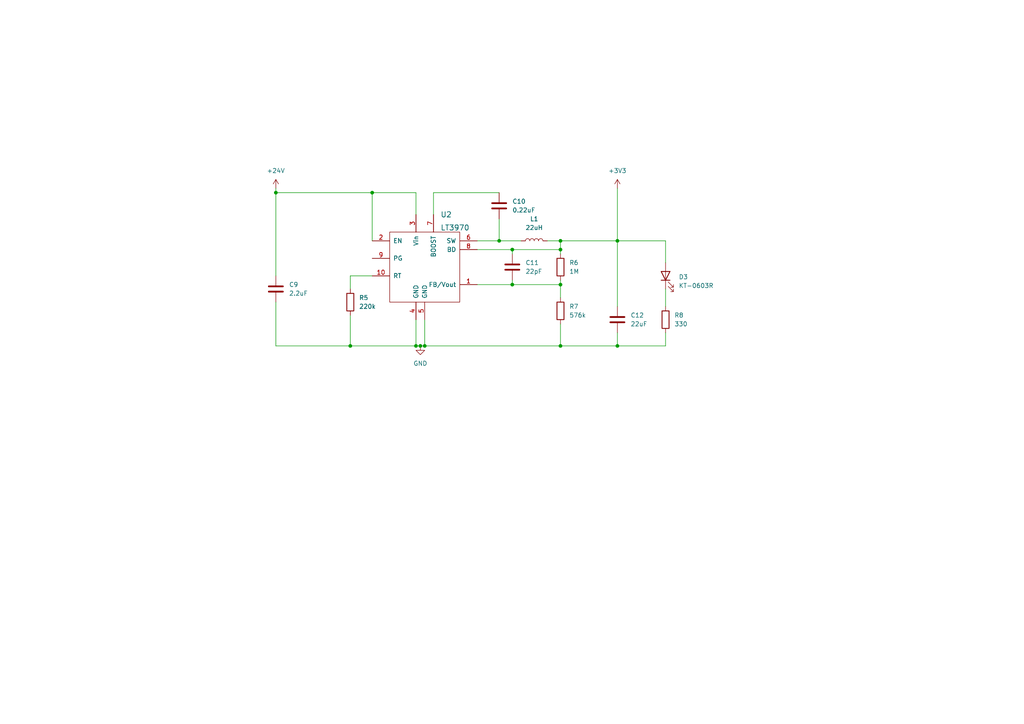
<source format=kicad_sch>
(kicad_sch (version 20230121) (generator eeschema)

  (uuid f45476da-8df4-452b-893f-d2a089f69393)

  (paper "A4")

  (title_block
    (title "AMS Master by Jakub Sułek")
    (date "2023-06-27")
    (rev "7")
  )

  (lib_symbols
    (symbol "Device:C" (pin_numbers hide) (pin_names (offset 0.254)) (in_bom yes) (on_board yes)
      (property "Reference" "C" (at 0.635 2.54 0)
        (effects (font (size 1.27 1.27)) (justify left))
      )
      (property "Value" "C" (at 0.635 -2.54 0)
        (effects (font (size 1.27 1.27)) (justify left))
      )
      (property "Footprint" "" (at 0.9652 -3.81 0)
        (effects (font (size 1.27 1.27)) hide)
      )
      (property "Datasheet" "~" (at 0 0 0)
        (effects (font (size 1.27 1.27)) hide)
      )
      (property "ki_keywords" "cap capacitor" (at 0 0 0)
        (effects (font (size 1.27 1.27)) hide)
      )
      (property "ki_description" "Unpolarized capacitor" (at 0 0 0)
        (effects (font (size 1.27 1.27)) hide)
      )
      (property "ki_fp_filters" "C_*" (at 0 0 0)
        (effects (font (size 1.27 1.27)) hide)
      )
      (symbol "C_0_1"
        (polyline
          (pts
            (xy -2.032 -0.762)
            (xy 2.032 -0.762)
          )
          (stroke (width 0.508) (type default))
          (fill (type none))
        )
        (polyline
          (pts
            (xy -2.032 0.762)
            (xy 2.032 0.762)
          )
          (stroke (width 0.508) (type default))
          (fill (type none))
        )
      )
      (symbol "C_1_1"
        (pin passive line (at 0 3.81 270) (length 2.794)
          (name "~" (effects (font (size 1.27 1.27))))
          (number "1" (effects (font (size 1.27 1.27))))
        )
        (pin passive line (at 0 -3.81 90) (length 2.794)
          (name "~" (effects (font (size 1.27 1.27))))
          (number "2" (effects (font (size 1.27 1.27))))
        )
      )
    )
    (symbol "Device:L" (pin_numbers hide) (pin_names (offset 1.016) hide) (in_bom yes) (on_board yes)
      (property "Reference" "L" (at -1.27 0 90)
        (effects (font (size 1.27 1.27)))
      )
      (property "Value" "L" (at 1.905 0 90)
        (effects (font (size 1.27 1.27)))
      )
      (property "Footprint" "" (at 0 0 0)
        (effects (font (size 1.27 1.27)) hide)
      )
      (property "Datasheet" "~" (at 0 0 0)
        (effects (font (size 1.27 1.27)) hide)
      )
      (property "ki_keywords" "inductor choke coil reactor magnetic" (at 0 0 0)
        (effects (font (size 1.27 1.27)) hide)
      )
      (property "ki_description" "Inductor" (at 0 0 0)
        (effects (font (size 1.27 1.27)) hide)
      )
      (property "ki_fp_filters" "Choke_* *Coil* Inductor_* L_*" (at 0 0 0)
        (effects (font (size 1.27 1.27)) hide)
      )
      (symbol "L_0_1"
        (arc (start 0 -2.54) (mid 0.6323 -1.905) (end 0 -1.27)
          (stroke (width 0) (type default))
          (fill (type none))
        )
        (arc (start 0 -1.27) (mid 0.6323 -0.635) (end 0 0)
          (stroke (width 0) (type default))
          (fill (type none))
        )
        (arc (start 0 0) (mid 0.6323 0.635) (end 0 1.27)
          (stroke (width 0) (type default))
          (fill (type none))
        )
        (arc (start 0 1.27) (mid 0.6323 1.905) (end 0 2.54)
          (stroke (width 0) (type default))
          (fill (type none))
        )
      )
      (symbol "L_1_1"
        (pin passive line (at 0 3.81 270) (length 1.27)
          (name "1" (effects (font (size 1.27 1.27))))
          (number "1" (effects (font (size 1.27 1.27))))
        )
        (pin passive line (at 0 -3.81 90) (length 1.27)
          (name "2" (effects (font (size 1.27 1.27))))
          (number "2" (effects (font (size 1.27 1.27))))
        )
      )
    )
    (symbol "Device:LED" (pin_numbers hide) (pin_names (offset 1.016) hide) (in_bom yes) (on_board yes)
      (property "Reference" "D" (at 0 2.54 0)
        (effects (font (size 1.27 1.27)))
      )
      (property "Value" "LED" (at 0 -2.54 0)
        (effects (font (size 1.27 1.27)))
      )
      (property "Footprint" "" (at 0 0 0)
        (effects (font (size 1.27 1.27)) hide)
      )
      (property "Datasheet" "~" (at 0 0 0)
        (effects (font (size 1.27 1.27)) hide)
      )
      (property "ki_keywords" "LED diode" (at 0 0 0)
        (effects (font (size 1.27 1.27)) hide)
      )
      (property "ki_description" "Light emitting diode" (at 0 0 0)
        (effects (font (size 1.27 1.27)) hide)
      )
      (property "ki_fp_filters" "LED* LED_SMD:* LED_THT:*" (at 0 0 0)
        (effects (font (size 1.27 1.27)) hide)
      )
      (symbol "LED_0_1"
        (polyline
          (pts
            (xy -1.27 -1.27)
            (xy -1.27 1.27)
          )
          (stroke (width 0.254) (type default))
          (fill (type none))
        )
        (polyline
          (pts
            (xy -1.27 0)
            (xy 1.27 0)
          )
          (stroke (width 0) (type default))
          (fill (type none))
        )
        (polyline
          (pts
            (xy 1.27 -1.27)
            (xy 1.27 1.27)
            (xy -1.27 0)
            (xy 1.27 -1.27)
          )
          (stroke (width 0.254) (type default))
          (fill (type none))
        )
        (polyline
          (pts
            (xy -3.048 -0.762)
            (xy -4.572 -2.286)
            (xy -3.81 -2.286)
            (xy -4.572 -2.286)
            (xy -4.572 -1.524)
          )
          (stroke (width 0) (type default))
          (fill (type none))
        )
        (polyline
          (pts
            (xy -1.778 -0.762)
            (xy -3.302 -2.286)
            (xy -2.54 -2.286)
            (xy -3.302 -2.286)
            (xy -3.302 -1.524)
          )
          (stroke (width 0) (type default))
          (fill (type none))
        )
      )
      (symbol "LED_1_1"
        (pin passive line (at -3.81 0 0) (length 2.54)
          (name "K" (effects (font (size 1.27 1.27))))
          (number "1" (effects (font (size 1.27 1.27))))
        )
        (pin passive line (at 3.81 0 180) (length 2.54)
          (name "A" (effects (font (size 1.27 1.27))))
          (number "2" (effects (font (size 1.27 1.27))))
        )
      )
    )
    (symbol "Device:R" (pin_numbers hide) (pin_names (offset 0)) (in_bom yes) (on_board yes)
      (property "Reference" "R" (at 2.032 0 90)
        (effects (font (size 1.27 1.27)))
      )
      (property "Value" "R" (at 0 0 90)
        (effects (font (size 1.27 1.27)))
      )
      (property "Footprint" "" (at -1.778 0 90)
        (effects (font (size 1.27 1.27)) hide)
      )
      (property "Datasheet" "~" (at 0 0 0)
        (effects (font (size 1.27 1.27)) hide)
      )
      (property "ki_keywords" "R res resistor" (at 0 0 0)
        (effects (font (size 1.27 1.27)) hide)
      )
      (property "ki_description" "Resistor" (at 0 0 0)
        (effects (font (size 1.27 1.27)) hide)
      )
      (property "ki_fp_filters" "R_*" (at 0 0 0)
        (effects (font (size 1.27 1.27)) hide)
      )
      (symbol "R_0_1"
        (rectangle (start -1.016 -2.54) (end 1.016 2.54)
          (stroke (width 0.254) (type default))
          (fill (type none))
        )
      )
      (symbol "R_1_1"
        (pin passive line (at 0 3.81 270) (length 1.27)
          (name "~" (effects (font (size 1.27 1.27))))
          (number "1" (effects (font (size 1.27 1.27))))
        )
        (pin passive line (at 0 -3.81 90) (length 1.27)
          (name "~" (effects (font (size 1.27 1.27))))
          (number "2" (effects (font (size 1.27 1.27))))
        )
      )
    )
    (symbol "Metropolia Motorsport General:LT3970" (pin_names (offset 1.016)) (in_bom yes) (on_board yes)
      (property "Reference" "U" (at 0 1.27 0)
        (effects (font (size 1.524 1.524)))
      )
      (property "Value" "LT3970" (at 0 -1.27 0)
        (effects (font (size 1.524 1.524)))
      )
      (property "Footprint" "general:LT3970" (at -2.54 -1.27 0)
        (effects (font (size 1.524 1.524)) hide)
      )
      (property "Datasheet" "" (at 0 0 0)
        (effects (font (size 1.524 1.524)) hide)
      )
      (symbol "LT3970_0_1"
        (rectangle (start -10.16 10.16) (end 10.16 -10.16)
          (stroke (width 0) (type default))
          (fill (type none))
        )
      )
      (symbol "LT3970_1_1"
        (pin input line (at 15.24 -5.08 180) (length 5.08)
          (name "FB/Vout" (effects (font (size 1.27 1.27))))
          (number "1" (effects (font (size 1.27 1.27))))
        )
        (pin input line (at -15.24 -2.54 0) (length 5.08)
          (name "RT" (effects (font (size 1.27 1.27))))
          (number "10" (effects (font (size 1.27 1.27))))
        )
        (pin input line (at -15.24 7.62 0) (length 5.08)
          (name "EN" (effects (font (size 1.27 1.27))))
          (number "2" (effects (font (size 1.27 1.27))))
        )
        (pin power_in line (at -2.54 15.24 270) (length 5.08)
          (name "Vin" (effects (font (size 1.27 1.27))))
          (number "3" (effects (font (size 1.27 1.27))))
        )
        (pin input line (at -2.54 -15.24 90) (length 5.08)
          (name "GND" (effects (font (size 1.27 1.27))))
          (number "4" (effects (font (size 1.27 1.27))))
        )
        (pin input line (at 0 -15.24 90) (length 5.08)
          (name "GND" (effects (font (size 1.27 1.27))))
          (number "5" (effects (font (size 1.27 1.27))))
        )
        (pin power_out line (at 15.24 7.62 180) (length 5.08)
          (name "SW" (effects (font (size 1.27 1.27))))
          (number "6" (effects (font (size 1.27 1.27))))
        )
        (pin input line (at 2.54 15.24 270) (length 5.08)
          (name "BOOST" (effects (font (size 1.27 1.27))))
          (number "7" (effects (font (size 1.27 1.27))))
        )
        (pin input line (at 15.24 5.08 180) (length 5.08)
          (name "BD" (effects (font (size 1.27 1.27))))
          (number "8" (effects (font (size 1.27 1.27))))
        )
        (pin input line (at -15.24 2.54 0) (length 5.08)
          (name "PG" (effects (font (size 1.27 1.27))))
          (number "9" (effects (font (size 1.27 1.27))))
        )
      )
    )
    (symbol "power:+24V" (power) (pin_names (offset 0)) (in_bom yes) (on_board yes)
      (property "Reference" "#PWR" (at 0 -3.81 0)
        (effects (font (size 1.27 1.27)) hide)
      )
      (property "Value" "+24V" (at 0 3.556 0)
        (effects (font (size 1.27 1.27)))
      )
      (property "Footprint" "" (at 0 0 0)
        (effects (font (size 1.27 1.27)) hide)
      )
      (property "Datasheet" "" (at 0 0 0)
        (effects (font (size 1.27 1.27)) hide)
      )
      (property "ki_keywords" "power-flag" (at 0 0 0)
        (effects (font (size 1.27 1.27)) hide)
      )
      (property "ki_description" "Power symbol creates a global label with name \"+24V\"" (at 0 0 0)
        (effects (font (size 1.27 1.27)) hide)
      )
      (symbol "+24V_0_1"
        (polyline
          (pts
            (xy -0.762 1.27)
            (xy 0 2.54)
          )
          (stroke (width 0) (type default))
          (fill (type none))
        )
        (polyline
          (pts
            (xy 0 0)
            (xy 0 2.54)
          )
          (stroke (width 0) (type default))
          (fill (type none))
        )
        (polyline
          (pts
            (xy 0 2.54)
            (xy 0.762 1.27)
          )
          (stroke (width 0) (type default))
          (fill (type none))
        )
      )
      (symbol "+24V_1_1"
        (pin power_in line (at 0 0 90) (length 0) hide
          (name "+24V" (effects (font (size 1.27 1.27))))
          (number "1" (effects (font (size 1.27 1.27))))
        )
      )
    )
    (symbol "power:+3V3" (power) (pin_names (offset 0)) (in_bom yes) (on_board yes)
      (property "Reference" "#PWR" (at 0 -3.81 0)
        (effects (font (size 1.27 1.27)) hide)
      )
      (property "Value" "+3V3" (at 0 3.556 0)
        (effects (font (size 1.27 1.27)))
      )
      (property "Footprint" "" (at 0 0 0)
        (effects (font (size 1.27 1.27)) hide)
      )
      (property "Datasheet" "" (at 0 0 0)
        (effects (font (size 1.27 1.27)) hide)
      )
      (property "ki_keywords" "power-flag" (at 0 0 0)
        (effects (font (size 1.27 1.27)) hide)
      )
      (property "ki_description" "Power symbol creates a global label with name \"+3V3\"" (at 0 0 0)
        (effects (font (size 1.27 1.27)) hide)
      )
      (symbol "+3V3_0_1"
        (polyline
          (pts
            (xy -0.762 1.27)
            (xy 0 2.54)
          )
          (stroke (width 0) (type default))
          (fill (type none))
        )
        (polyline
          (pts
            (xy 0 0)
            (xy 0 2.54)
          )
          (stroke (width 0) (type default))
          (fill (type none))
        )
        (polyline
          (pts
            (xy 0 2.54)
            (xy 0.762 1.27)
          )
          (stroke (width 0) (type default))
          (fill (type none))
        )
      )
      (symbol "+3V3_1_1"
        (pin power_in line (at 0 0 90) (length 0) hide
          (name "+3V3" (effects (font (size 1.27 1.27))))
          (number "1" (effects (font (size 1.27 1.27))))
        )
      )
    )
    (symbol "power:GND" (power) (pin_names (offset 0)) (in_bom yes) (on_board yes)
      (property "Reference" "#PWR" (at 0 -6.35 0)
        (effects (font (size 1.27 1.27)) hide)
      )
      (property "Value" "GND" (at 0 -3.81 0)
        (effects (font (size 1.27 1.27)))
      )
      (property "Footprint" "" (at 0 0 0)
        (effects (font (size 1.27 1.27)) hide)
      )
      (property "Datasheet" "" (at 0 0 0)
        (effects (font (size 1.27 1.27)) hide)
      )
      (property "ki_keywords" "power-flag" (at 0 0 0)
        (effects (font (size 1.27 1.27)) hide)
      )
      (property "ki_description" "Power symbol creates a global label with name \"GND\" , ground" (at 0 0 0)
        (effects (font (size 1.27 1.27)) hide)
      )
      (symbol "GND_0_1"
        (polyline
          (pts
            (xy 0 0)
            (xy 0 -1.27)
            (xy 1.27 -1.27)
            (xy 0 -2.54)
            (xy -1.27 -1.27)
            (xy 0 -1.27)
          )
          (stroke (width 0) (type default))
          (fill (type none))
        )
      )
      (symbol "GND_1_1"
        (pin power_in line (at 0 0 270) (length 0) hide
          (name "GND" (effects (font (size 1.27 1.27))))
          (number "1" (effects (font (size 1.27 1.27))))
        )
      )
    )
  )

  (junction (at 162.56 100.33) (diameter 0) (color 0 0 0 0)
    (uuid 0063ecd2-bb83-49e2-87fa-feb1f4fc6eb5)
  )
  (junction (at 179.07 69.85) (diameter 0) (color 0 0 0 0)
    (uuid 15754fc3-e159-4437-9f0b-3696be34fa0a)
  )
  (junction (at 162.56 69.85) (diameter 0) (color 0 0 0 0)
    (uuid 201304c0-f4e4-43ef-a904-b39c8bd1df9f)
  )
  (junction (at 144.78 69.85) (diameter 0) (color 0 0 0 0)
    (uuid 20ceb25f-4fed-436f-a2bb-8dd22b54fba6)
  )
  (junction (at 101.6 100.33) (diameter 0) (color 0 0 0 0)
    (uuid 2b571008-f27f-4d2e-858c-5297bbd3a329)
  )
  (junction (at 179.07 100.33) (diameter 0) (color 0 0 0 0)
    (uuid 36aac9b2-cb91-41cf-9bc2-e6bd03717e3d)
  )
  (junction (at 148.59 82.55) (diameter 0) (color 0 0 0 0)
    (uuid 70d49e0f-b155-4902-a747-27543b89ede8)
  )
  (junction (at 148.59 72.39) (diameter 0) (color 0 0 0 0)
    (uuid 774f9d14-75f2-4e70-970a-dd53043bc8d9)
  )
  (junction (at 120.65 100.33) (diameter 0) (color 0 0 0 0)
    (uuid 7d2ecee9-5618-4d80-84d3-4e8444837fab)
  )
  (junction (at 162.56 82.55) (diameter 0) (color 0 0 0 0)
    (uuid 8df091e3-9380-43f3-ad8e-7245cf81c9a3)
  )
  (junction (at 162.56 72.39) (diameter 0) (color 0 0 0 0)
    (uuid 9a27b21e-bd32-4ae2-9f2a-42fe5d7acc9f)
  )
  (junction (at 121.92 100.33) (diameter 0) (color 0 0 0 0)
    (uuid af4b3990-d0bd-45bc-87dd-88f011fd31ee)
  )
  (junction (at 107.95 55.88) (diameter 0) (color 0 0 0 0)
    (uuid c002c69b-579d-4de8-b0dc-986466d31b93)
  )
  (junction (at 80.01 55.88) (diameter 0) (color 0 0 0 0)
    (uuid d1ec6b7c-5811-4cb4-a015-b53f0b8d13ad)
  )
  (junction (at 123.19 100.33) (diameter 0) (color 0 0 0 0)
    (uuid d247c5f4-4460-442e-a2ce-ebb742d515b7)
  )

  (wire (pts (xy 193.04 83.82) (xy 193.04 88.9))
    (stroke (width 0) (type default))
    (uuid 04bc7ad4-1fdf-4408-a469-d22f4e6e762e)
  )
  (wire (pts (xy 138.43 72.39) (xy 148.59 72.39))
    (stroke (width 0) (type default))
    (uuid 0b21f449-85b0-494e-a26e-c45eaa199856)
  )
  (wire (pts (xy 144.78 63.5) (xy 144.78 69.85))
    (stroke (width 0) (type default))
    (uuid 0daec8c9-a69c-4d80-b6a7-2cb0a3a80971)
  )
  (wire (pts (xy 148.59 81.28) (xy 148.59 82.55))
    (stroke (width 0) (type default))
    (uuid 100271fc-1e10-41d4-9c6c-89556daf01c1)
  )
  (wire (pts (xy 193.04 96.52) (xy 193.04 100.33))
    (stroke (width 0) (type default))
    (uuid 11efac2d-e9cd-4a61-93ff-22c78db78cd8)
  )
  (wire (pts (xy 179.07 69.85) (xy 179.07 88.9))
    (stroke (width 0) (type default))
    (uuid 15b134f0-e39a-4b18-82d8-403f65bbd770)
  )
  (wire (pts (xy 120.65 92.71) (xy 120.65 100.33))
    (stroke (width 0) (type default))
    (uuid 1f50860a-cf04-4175-89de-aa9522c151b1)
  )
  (wire (pts (xy 120.65 55.88) (xy 120.65 62.23))
    (stroke (width 0) (type default))
    (uuid 208f9669-6b36-402b-9735-2706f1a7e8a6)
  )
  (wire (pts (xy 80.01 87.63) (xy 80.01 100.33))
    (stroke (width 0) (type default))
    (uuid 3642929f-0c9c-472f-b521-d315e3e816ae)
  )
  (wire (pts (xy 138.43 82.55) (xy 148.59 82.55))
    (stroke (width 0) (type default))
    (uuid 3f1eedfe-79ef-4bb5-912d-3c019491cdce)
  )
  (wire (pts (xy 179.07 100.33) (xy 162.56 100.33))
    (stroke (width 0) (type default))
    (uuid 3fe2726a-4a7b-42a4-8863-cd62848781fe)
  )
  (wire (pts (xy 179.07 54.61) (xy 179.07 69.85))
    (stroke (width 0) (type default))
    (uuid 424a106f-865e-4ac9-b244-d8a142884132)
  )
  (wire (pts (xy 193.04 76.2) (xy 193.04 69.85))
    (stroke (width 0) (type default))
    (uuid 44e5106c-98b8-4a7b-b749-a659d62fb2e2)
  )
  (wire (pts (xy 162.56 69.85) (xy 158.75 69.85))
    (stroke (width 0) (type default))
    (uuid 56347e90-9f93-445b-8256-e41ef5065465)
  )
  (wire (pts (xy 80.01 100.33) (xy 101.6 100.33))
    (stroke (width 0) (type default))
    (uuid 56828707-5dd3-4fc9-b9d1-8d482219ddb1)
  )
  (wire (pts (xy 162.56 100.33) (xy 123.19 100.33))
    (stroke (width 0) (type default))
    (uuid 5d2a1a30-39c6-41df-9b96-b96b762450f9)
  )
  (wire (pts (xy 80.01 55.88) (xy 80.01 80.01))
    (stroke (width 0) (type default))
    (uuid 610acc7e-458d-474a-92e5-46d66a24bce8)
  )
  (wire (pts (xy 125.73 55.88) (xy 144.78 55.88))
    (stroke (width 0) (type default))
    (uuid 63ad09c7-5dbb-447d-af6c-c68bf1cc5b3f)
  )
  (wire (pts (xy 101.6 91.44) (xy 101.6 100.33))
    (stroke (width 0) (type default))
    (uuid 6b039391-069d-4ed7-b677-e924a7db1666)
  )
  (wire (pts (xy 107.95 55.88) (xy 120.65 55.88))
    (stroke (width 0) (type default))
    (uuid 7195e07b-3c07-425b-90ca-0b02a44f171d)
  )
  (wire (pts (xy 162.56 81.28) (xy 162.56 82.55))
    (stroke (width 0) (type default))
    (uuid 76d09299-9d06-47e9-920e-0d49486a0a71)
  )
  (wire (pts (xy 162.56 82.55) (xy 162.56 86.36))
    (stroke (width 0) (type default))
    (uuid 7a24f858-b574-4879-adc3-466dd698cb87)
  )
  (wire (pts (xy 179.07 100.33) (xy 193.04 100.33))
    (stroke (width 0) (type default))
    (uuid 7c4ea5fa-3382-41a4-b283-f6c3564965f1)
  )
  (wire (pts (xy 101.6 100.33) (xy 120.65 100.33))
    (stroke (width 0) (type default))
    (uuid 849dffde-f1a7-4708-b2d1-477176b6bb4c)
  )
  (wire (pts (xy 144.78 69.85) (xy 151.13 69.85))
    (stroke (width 0) (type default))
    (uuid 8eff50e6-921d-435a-ad2f-b55d5c2888d7)
  )
  (wire (pts (xy 162.56 93.98) (xy 162.56 100.33))
    (stroke (width 0) (type default))
    (uuid 9f34e643-2885-4de2-84aa-9b2052d785a3)
  )
  (wire (pts (xy 101.6 80.01) (xy 101.6 83.82))
    (stroke (width 0) (type default))
    (uuid ab48b929-502c-4f20-8694-9cada8577ddf)
  )
  (wire (pts (xy 123.19 100.33) (xy 121.92 100.33))
    (stroke (width 0) (type default))
    (uuid adc86207-c32e-4cf0-a1bf-18f8ca7196a4)
  )
  (wire (pts (xy 125.73 62.23) (xy 125.73 55.88))
    (stroke (width 0) (type default))
    (uuid b4b8d162-5fcf-4ff6-8446-277062034989)
  )
  (wire (pts (xy 123.19 92.71) (xy 123.19 100.33))
    (stroke (width 0) (type default))
    (uuid b61f47a0-27b6-4076-bc5b-f4664e1e7935)
  )
  (wire (pts (xy 148.59 72.39) (xy 162.56 72.39))
    (stroke (width 0) (type default))
    (uuid b7bf97fe-0e4b-4b75-9d6a-ad0483ec6b4f)
  )
  (wire (pts (xy 148.59 82.55) (xy 162.56 82.55))
    (stroke (width 0) (type default))
    (uuid b82286c7-76d3-4b7e-8b6a-57ecc0f079e9)
  )
  (wire (pts (xy 179.07 69.85) (xy 193.04 69.85))
    (stroke (width 0) (type default))
    (uuid ba39d701-15e0-4166-8c21-c4aaa59f4485)
  )
  (wire (pts (xy 162.56 69.85) (xy 162.56 72.39))
    (stroke (width 0) (type default))
    (uuid ba47968b-13b0-45d0-af96-28edc3afdab4)
  )
  (wire (pts (xy 148.59 72.39) (xy 148.59 73.66))
    (stroke (width 0) (type default))
    (uuid bd2de52b-b440-4a7e-9b4c-c756d31e9a8e)
  )
  (wire (pts (xy 80.01 54.61) (xy 80.01 55.88))
    (stroke (width 0) (type default))
    (uuid c016c22c-c4ce-40ce-8205-18acfb16d4e6)
  )
  (wire (pts (xy 179.07 96.52) (xy 179.07 100.33))
    (stroke (width 0) (type default))
    (uuid c589aaad-a99b-429e-b1bb-6ebfa90f6019)
  )
  (wire (pts (xy 120.65 100.33) (xy 121.92 100.33))
    (stroke (width 0) (type default))
    (uuid ce17ec45-9c21-49cb-a45c-92e80a9fb695)
  )
  (wire (pts (xy 107.95 80.01) (xy 101.6 80.01))
    (stroke (width 0) (type default))
    (uuid d4f44c6c-7116-4fe9-a3e1-f946696dd64d)
  )
  (wire (pts (xy 107.95 55.88) (xy 107.95 69.85))
    (stroke (width 0) (type default))
    (uuid d7e1ac35-be5c-4ce7-81ee-72415a92953b)
  )
  (wire (pts (xy 179.07 69.85) (xy 162.56 69.85))
    (stroke (width 0) (type default))
    (uuid df3feb13-3507-4dcf-9509-f55355ee395a)
  )
  (wire (pts (xy 138.43 69.85) (xy 144.78 69.85))
    (stroke (width 0) (type default))
    (uuid e63151e3-e87b-480b-857f-4c23e7ac6b03)
  )
  (wire (pts (xy 162.56 72.39) (xy 162.56 73.66))
    (stroke (width 0) (type default))
    (uuid eb2918a6-8c56-483e-b641-2aa56f2f0e87)
  )
  (wire (pts (xy 80.01 55.88) (xy 107.95 55.88))
    (stroke (width 0) (type default))
    (uuid ef261dd1-7544-457b-b3ca-368b1bc4fdcf)
  )

  (symbol (lib_id "Device:C") (at 144.78 59.69 0) (unit 1)
    (in_bom yes) (on_board yes) (dnp no) (fields_autoplaced)
    (uuid 0a1194ce-e227-481f-880a-b44abf92a32b)
    (property "Reference" "C10" (at 148.59 58.4199 0)
      (effects (font (size 1.27 1.27)) (justify left))
    )
    (property "Value" "0.22uF" (at 148.59 60.9599 0)
      (effects (font (size 1.27 1.27)) (justify left))
    )
    (property "Footprint" "Capacitor_SMD:C_0805_2012Metric_Pad1.18x1.45mm_HandSolder" (at 145.7452 63.5 0)
      (effects (font (size 1.27 1.27)) hide)
    )
    (property "Datasheet" "~" (at 144.78 59.69 0)
      (effects (font (size 1.27 1.27)) hide)
    )
    (pin "1" (uuid 9a0f8d58-2072-475a-88db-c764f9631b8d))
    (pin "2" (uuid 7f0a262f-e355-4dae-b792-009390243854))
    (instances
      (project "AMS Master V8"
        (path "/e63e39d7-6ac0-4ffd-8aa3-1841a4541b55/59c8aece-f8a1-4a1a-abff-31e360a74f1f"
          (reference "C10") (unit 1)
        )
      )
    )
  )

  (symbol (lib_id "Device:R") (at 162.56 77.47 0) (unit 1)
    (in_bom yes) (on_board yes) (dnp no) (fields_autoplaced)
    (uuid 21670b48-7d1c-4d0d-b92e-383ec844f79c)
    (property "Reference" "R6" (at 165.1 76.1999 0)
      (effects (font (size 1.27 1.27)) (justify left))
    )
    (property "Value" "1M" (at 165.1 78.7399 0)
      (effects (font (size 1.27 1.27)) (justify left))
    )
    (property "Footprint" "Resistor_SMD:R_0805_2012Metric_Pad1.20x1.40mm_HandSolder" (at 160.782 77.47 90)
      (effects (font (size 1.27 1.27)) hide)
    )
    (property "Datasheet" "~" (at 162.56 77.47 0)
      (effects (font (size 1.27 1.27)) hide)
    )
    (pin "1" (uuid 3f37d7b2-08d2-49e4-a568-d3e1d280e6fb))
    (pin "2" (uuid 6af2c44b-c371-483b-9037-d914561c74bc))
    (instances
      (project "AMS Master V8"
        (path "/e63e39d7-6ac0-4ffd-8aa3-1841a4541b55/59c8aece-f8a1-4a1a-abff-31e360a74f1f"
          (reference "R6") (unit 1)
        )
      )
    )
  )

  (symbol (lib_id "power:+3V3") (at 179.07 54.61 0) (unit 1)
    (in_bom yes) (on_board yes) (dnp no) (fields_autoplaced)
    (uuid 41de48d5-69e5-4d8e-8e78-c82f41d62509)
    (property "Reference" "#PWR016" (at 179.07 58.42 0)
      (effects (font (size 1.27 1.27)) hide)
    )
    (property "Value" "+3V3" (at 179.07 49.53 0)
      (effects (font (size 1.27 1.27)))
    )
    (property "Footprint" "" (at 179.07 54.61 0)
      (effects (font (size 1.27 1.27)) hide)
    )
    (property "Datasheet" "" (at 179.07 54.61 0)
      (effects (font (size 1.27 1.27)) hide)
    )
    (pin "1" (uuid c1af8453-781a-4bb6-9287-6734e58db25d))
    (instances
      (project "AMS Master V8"
        (path "/e63e39d7-6ac0-4ffd-8aa3-1841a4541b55/59c8aece-f8a1-4a1a-abff-31e360a74f1f"
          (reference "#PWR016") (unit 1)
        )
      )
    )
  )

  (symbol (lib_id "Device:C") (at 179.07 92.71 0) (unit 1)
    (in_bom yes) (on_board yes) (dnp no) (fields_autoplaced)
    (uuid 4cd250e9-a44d-45a4-a34d-d4459fad1921)
    (property "Reference" "C12" (at 182.88 91.4399 0)
      (effects (font (size 1.27 1.27)) (justify left))
    )
    (property "Value" "22uF" (at 182.88 93.9799 0)
      (effects (font (size 1.27 1.27)) (justify left))
    )
    (property "Footprint" "Capacitor_SMD:C_0805_2012Metric_Pad1.18x1.45mm_HandSolder" (at 180.0352 96.52 0)
      (effects (font (size 1.27 1.27)) hide)
    )
    (property "Datasheet" "~" (at 179.07 92.71 0)
      (effects (font (size 1.27 1.27)) hide)
    )
    (pin "1" (uuid 7d774be4-ef65-4fd1-a30a-0d6f3fd0bfa9))
    (pin "2" (uuid f1299b20-f4fb-4392-9911-a6a066e284d9))
    (instances
      (project "AMS Master V8"
        (path "/e63e39d7-6ac0-4ffd-8aa3-1841a4541b55/59c8aece-f8a1-4a1a-abff-31e360a74f1f"
          (reference "C12") (unit 1)
        )
      )
    )
  )

  (symbol (lib_id "Device:C") (at 80.01 83.82 0) (unit 1)
    (in_bom yes) (on_board yes) (dnp no) (fields_autoplaced)
    (uuid 6054ecdd-15ba-4f6b-92bd-e12011b1ce42)
    (property "Reference" "C9" (at 83.82 82.5499 0)
      (effects (font (size 1.27 1.27)) (justify left))
    )
    (property "Value" "2.2uF" (at 83.82 85.0899 0)
      (effects (font (size 1.27 1.27)) (justify left))
    )
    (property "Footprint" "Capacitor_SMD:C_0805_2012Metric_Pad1.18x1.45mm_HandSolder" (at 80.9752 87.63 0)
      (effects (font (size 1.27 1.27)) hide)
    )
    (property "Datasheet" "~" (at 80.01 83.82 0)
      (effects (font (size 1.27 1.27)) hide)
    )
    (pin "1" (uuid 3d313fb5-12bf-4dc2-8cc4-723e93edfe26))
    (pin "2" (uuid 12788cb9-b4f6-4857-ba12-d5f73a405b27))
    (instances
      (project "AMS Master V8"
        (path "/e63e39d7-6ac0-4ffd-8aa3-1841a4541b55/59c8aece-f8a1-4a1a-abff-31e360a74f1f"
          (reference "C9") (unit 1)
        )
      )
    )
  )

  (symbol (lib_id "Device:LED") (at 193.04 80.01 90) (unit 1)
    (in_bom yes) (on_board yes) (dnp no) (fields_autoplaced)
    (uuid 67b4bc1e-22a2-4328-951e-987bb51aceaa)
    (property "Reference" "D3" (at 196.85 80.3274 90)
      (effects (font (size 1.27 1.27)) (justify right))
    )
    (property "Value" "KT-0603R" (at 196.85 82.8674 90)
      (effects (font (size 1.27 1.27)) (justify right))
    )
    (property "Footprint" "LED_SMD:LED_0603_1608Metric_Pad1.05x0.95mm_HandSolder" (at 193.04 80.01 0)
      (effects (font (size 1.27 1.27)) hide)
    )
    (property "Datasheet" "~" (at 193.04 80.01 0)
      (effects (font (size 1.27 1.27)) hide)
    )
    (pin "1" (uuid abbd0b14-9bcc-4f55-b648-9f71a217e146))
    (pin "2" (uuid 1dd48476-f278-44c7-a327-b2fc897b4660))
    (instances
      (project "AMS Master V8"
        (path "/e63e39d7-6ac0-4ffd-8aa3-1841a4541b55/59c8aece-f8a1-4a1a-abff-31e360a74f1f"
          (reference "D3") (unit 1)
        )
      )
    )
  )

  (symbol (lib_id "Device:R") (at 162.56 90.17 0) (unit 1)
    (in_bom yes) (on_board yes) (dnp no) (fields_autoplaced)
    (uuid 6c3a5a5b-7432-4910-ab0f-5fa2ca92a18d)
    (property "Reference" "R7" (at 165.1 88.8999 0)
      (effects (font (size 1.27 1.27)) (justify left))
    )
    (property "Value" "576k" (at 165.1 91.4399 0)
      (effects (font (size 1.27 1.27)) (justify left))
    )
    (property "Footprint" "Resistor_SMD:R_0805_2012Metric_Pad1.20x1.40mm_HandSolder" (at 160.782 90.17 90)
      (effects (font (size 1.27 1.27)) hide)
    )
    (property "Datasheet" "~" (at 162.56 90.17 0)
      (effects (font (size 1.27 1.27)) hide)
    )
    (pin "1" (uuid bc3df64e-b307-4a81-8149-89fd91222c58))
    (pin "2" (uuid 4b13bdf7-6df5-4855-8df9-122c101e0d1c))
    (instances
      (project "AMS Master V8"
        (path "/e63e39d7-6ac0-4ffd-8aa3-1841a4541b55/59c8aece-f8a1-4a1a-abff-31e360a74f1f"
          (reference "R7") (unit 1)
        )
      )
    )
  )

  (symbol (lib_id "Metropolia Motorsport General:LT3970") (at 123.19 77.47 0) (unit 1)
    (in_bom yes) (on_board yes) (dnp no) (fields_autoplaced)
    (uuid 7e207c21-c7b4-43c1-948f-f57b25826baf)
    (property "Reference" "U2" (at 127.7494 62.23 0)
      (effects (font (size 1.524 1.524)) (justify left))
    )
    (property "Value" "LT3970" (at 127.7494 66.04 0)
      (effects (font (size 1.524 1.524)) (justify left))
    )
    (property "Footprint" "Metropolia Motorsport:LT3970" (at 120.65 78.74 0)
      (effects (font (size 1.524 1.524)) hide)
    )
    (property "Datasheet" "" (at 123.19 77.47 0)
      (effects (font (size 1.524 1.524)) hide)
    )
    (pin "1" (uuid 2429b9f2-4843-4aea-ac2f-39def375df36))
    (pin "10" (uuid cda511d1-0a9c-4b90-8367-73cd42557b14))
    (pin "2" (uuid 6b064db1-a475-4b85-9bf6-35973f45e24f))
    (pin "3" (uuid ef45a5fc-c55a-4746-92b5-b977ef305c46))
    (pin "4" (uuid ff382727-6e33-44d7-9ddc-3c4d2faed3f0))
    (pin "5" (uuid 05b4fa5d-8a68-4d4c-9d29-1b03d8bf76d0))
    (pin "6" (uuid e9062c20-cc69-4432-859f-efd2bf5f60d9))
    (pin "7" (uuid e14fcd65-3031-41a7-8f1f-46a3da2ae760))
    (pin "8" (uuid ba61da94-e21e-40fb-aac5-0fa317dcc525))
    (pin "9" (uuid 28e78a78-f96d-490f-a6c7-1361464e3a63))
    (instances
      (project "AMS Master V8"
        (path "/e63e39d7-6ac0-4ffd-8aa3-1841a4541b55/59c8aece-f8a1-4a1a-abff-31e360a74f1f"
          (reference "U2") (unit 1)
        )
      )
    )
  )

  (symbol (lib_id "Device:R") (at 193.04 92.71 0) (unit 1)
    (in_bom yes) (on_board yes) (dnp no) (fields_autoplaced)
    (uuid 95b73de0-b366-42d5-8c08-91be411d1c21)
    (property "Reference" "R8" (at 195.58 91.4399 0)
      (effects (font (size 1.27 1.27)) (justify left))
    )
    (property "Value" "330" (at 195.58 93.9799 0)
      (effects (font (size 1.27 1.27)) (justify left))
    )
    (property "Footprint" "Resistor_SMD:R_0805_2012Metric_Pad1.20x1.40mm_HandSolder" (at 191.262 92.71 90)
      (effects (font (size 1.27 1.27)) hide)
    )
    (property "Datasheet" "~" (at 193.04 92.71 0)
      (effects (font (size 1.27 1.27)) hide)
    )
    (pin "1" (uuid fdae0661-5698-451d-b28f-001f406b7d37))
    (pin "2" (uuid 2fbb9e6d-3538-4a34-b464-74275d68ed76))
    (instances
      (project "AMS Master V8"
        (path "/e63e39d7-6ac0-4ffd-8aa3-1841a4541b55/59c8aece-f8a1-4a1a-abff-31e360a74f1f"
          (reference "R8") (unit 1)
        )
      )
    )
  )

  (symbol (lib_id "power:+24V") (at 80.01 54.61 0) (unit 1)
    (in_bom yes) (on_board yes) (dnp no) (fields_autoplaced)
    (uuid a66bfe2a-8b13-493f-939c-c9dc2bbe02e9)
    (property "Reference" "#PWR014" (at 80.01 58.42 0)
      (effects (font (size 1.27 1.27)) hide)
    )
    (property "Value" "+24V" (at 80.01 49.53 0)
      (effects (font (size 1.27 1.27)))
    )
    (property "Footprint" "" (at 80.01 54.61 0)
      (effects (font (size 1.27 1.27)) hide)
    )
    (property "Datasheet" "" (at 80.01 54.61 0)
      (effects (font (size 1.27 1.27)) hide)
    )
    (pin "1" (uuid 6d8cfec3-9393-4def-8c41-f6566e722934))
    (instances
      (project "AMS Master V8"
        (path "/e63e39d7-6ac0-4ffd-8aa3-1841a4541b55/59c8aece-f8a1-4a1a-abff-31e360a74f1f"
          (reference "#PWR014") (unit 1)
        )
      )
    )
  )

  (symbol (lib_id "Device:L") (at 154.94 69.85 90) (unit 1)
    (in_bom yes) (on_board yes) (dnp no) (fields_autoplaced)
    (uuid bf515f53-f828-48e1-90bf-b4efb1a54911)
    (property "Reference" "L1" (at 154.94 63.5 90)
      (effects (font (size 1.27 1.27)))
    )
    (property "Value" "22uH" (at 154.94 66.04 90)
      (effects (font (size 1.27 1.27)))
    )
    (property "Footprint" "Metropolia Motorsport:SLF7045T" (at 154.94 69.85 0)
      (effects (font (size 1.27 1.27)) hide)
    )
    (property "Datasheet" "~" (at 154.94 69.85 0)
      (effects (font (size 1.27 1.27)) hide)
    )
    (pin "1" (uuid 894c7a9e-0ae8-445e-aaf7-ac1ccbbfc9ab))
    (pin "2" (uuid 9f609ef7-1eb2-4a2a-847b-039a9d9c4a86))
    (instances
      (project "AMS Master V8"
        (path "/e63e39d7-6ac0-4ffd-8aa3-1841a4541b55/59c8aece-f8a1-4a1a-abff-31e360a74f1f"
          (reference "L1") (unit 1)
        )
      )
    )
  )

  (symbol (lib_id "power:GND") (at 121.92 100.33 0) (unit 1)
    (in_bom yes) (on_board yes) (dnp no) (fields_autoplaced)
    (uuid df172951-c6b0-456b-9635-6ac2edc61ab3)
    (property "Reference" "#PWR015" (at 121.92 106.68 0)
      (effects (font (size 1.27 1.27)) hide)
    )
    (property "Value" "~" (at 121.92 105.41 0)
      (effects (font (size 1.27 1.27)))
    )
    (property "Footprint" "" (at 121.92 100.33 0)
      (effects (font (size 1.27 1.27)) hide)
    )
    (property "Datasheet" "" (at 121.92 100.33 0)
      (effects (font (size 1.27 1.27)) hide)
    )
    (pin "1" (uuid 4df02198-6be9-4903-a826-41c245e63227))
    (instances
      (project "AMS Master V8"
        (path "/e63e39d7-6ac0-4ffd-8aa3-1841a4541b55/59c8aece-f8a1-4a1a-abff-31e360a74f1f"
          (reference "#PWR015") (unit 1)
        )
      )
    )
  )

  (symbol (lib_id "Device:R") (at 101.6 87.63 0) (unit 1)
    (in_bom yes) (on_board yes) (dnp no) (fields_autoplaced)
    (uuid eb632665-f5da-4e1b-baec-6ba0a2540b7e)
    (property "Reference" "R5" (at 104.14 86.3599 0)
      (effects (font (size 1.27 1.27)) (justify left))
    )
    (property "Value" "220k" (at 104.14 88.8999 0)
      (effects (font (size 1.27 1.27)) (justify left))
    )
    (property "Footprint" "Resistor_SMD:R_0805_2012Metric_Pad1.20x1.40mm_HandSolder" (at 99.822 87.63 90)
      (effects (font (size 1.27 1.27)) hide)
    )
    (property "Datasheet" "~" (at 101.6 87.63 0)
      (effects (font (size 1.27 1.27)) hide)
    )
    (pin "1" (uuid 85add887-1de0-413d-8a71-86e683119931))
    (pin "2" (uuid dc62218f-cbd2-4f8a-9605-dfc13ef2e8b1))
    (instances
      (project "AMS Master V8"
        (path "/e63e39d7-6ac0-4ffd-8aa3-1841a4541b55/59c8aece-f8a1-4a1a-abff-31e360a74f1f"
          (reference "R5") (unit 1)
        )
      )
    )
  )

  (symbol (lib_id "Device:C") (at 148.59 77.47 0) (unit 1)
    (in_bom yes) (on_board yes) (dnp no) (fields_autoplaced)
    (uuid f2bc6e98-5a8a-4a2c-8ae4-448e2eb34c8a)
    (property "Reference" "C11" (at 152.4 76.1999 0)
      (effects (font (size 1.27 1.27)) (justify left))
    )
    (property "Value" "22pF" (at 152.4 78.7399 0)
      (effects (font (size 1.27 1.27)) (justify left))
    )
    (property "Footprint" "Capacitor_SMD:C_0805_2012Metric_Pad1.18x1.45mm_HandSolder" (at 149.5552 81.28 0)
      (effects (font (size 1.27 1.27)) hide)
    )
    (property "Datasheet" "~" (at 148.59 77.47 0)
      (effects (font (size 1.27 1.27)) hide)
    )
    (pin "1" (uuid 57ab54bb-edd4-4203-b947-26e8d737936c))
    (pin "2" (uuid 2142ddb3-916b-42e4-9666-2bd6a8328100))
    (instances
      (project "AMS Master V8"
        (path "/e63e39d7-6ac0-4ffd-8aa3-1841a4541b55/59c8aece-f8a1-4a1a-abff-31e360a74f1f"
          (reference "C11") (unit 1)
        )
      )
    )
  )
)

</source>
